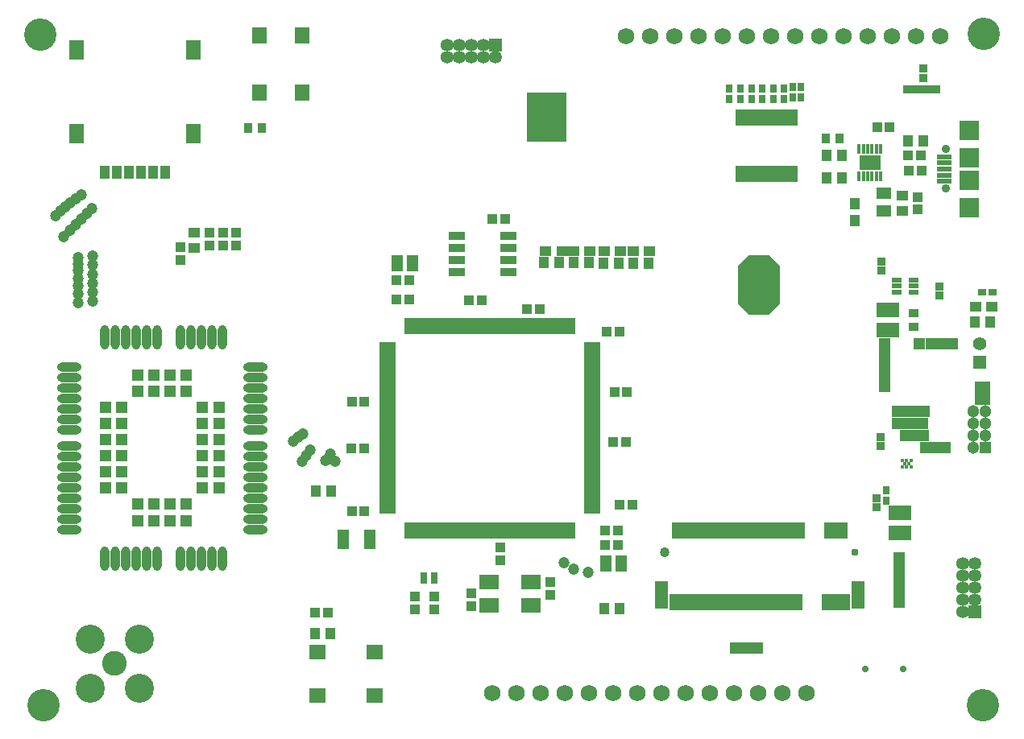
<source format=gts>
%FSTAX43Y43*%
%MOMM*%
%SFA1B1*%

%IPPOS*%
%AMD98*
4,1,8,-2.222500,1.991360,-2.222500,-1.991360,-1.109980,-3.101340,1.109980,-3.101340,2.222500,-1.991360,2.222500,1.991360,1.109980,3.101340,-1.109980,3.101340,-2.222500,1.991360,0.0*
%
%ADD57R,1.002998X1.152998*%
%ADD58R,1.730997X0.852998*%
%ADD59R,1.202998X1.002998*%
%ADD60R,0.502999X1.752996*%
%ADD61R,1.402997X2.952994*%
%ADD62R,1.677997X0.502999*%
%ADD63R,0.502999X1.677997*%
%ADD64R,1.202998X1.202998*%
%ADD65R,1.202998X1.202998*%
%ADD66O,2.602995X0.952998*%
%ADD67O,0.952998X2.602995*%
%ADD68C,1.202998*%
%ADD69R,2.402995X1.552997*%
%ADD70R,1.002998X0.552999*%
%ADD71R,0.922998X0.892998*%
%ADD72R,1.102998X0.852998*%
%ADD73R,0.802998X0.952998*%
%ADD74R,1.702997X1.502997*%
%ADD75R,1.002998X1.142998*%
%ADD76C,0.452999*%
%ADD77R,1.012998X1.142998*%
%ADD78R,1.602997X1.202998*%
%ADD79R,1.152998X1.002998*%
%ADD80R,1.552997X0.602999*%
%ADD81R,2.102996X2.102996*%
%ADD82R,1.142998X1.002998*%
%ADD83R,1.182998X1.062998*%
%ADD84R,0.652999X1.677997*%
%ADD85R,1.502997X2.002996*%
%ADD86R,1.102998X1.402997*%
%ADD87R,1.502997X1.702997*%
%ADD88R,0.852998X1.102998*%
%ADD89R,1.142998X1.012998*%
%ADD90R,1.002998X1.202998*%
%ADD91R,2.322995X1.512997*%
%ADD92R,0.452999X1.102998*%
%ADD93R,1.222998X1.672997*%
%ADD94R,1.222998X2.022996*%
%ADD95R,2.102996X1.602997*%
%ADD96R,0.952998X0.802998*%
%ADD97R,0.702999X1.202998*%
G04~CAMADD=98~4~0.0~0.0~2442.1~1749.2~0.0~437.3~0~0.0~0.0~0.0~0.0~0~0.0~0.0~0.0~0.0~0~0.0~0.0~0.0~90.0~1750.0~2442.0*
%ADD98D98*%
%ADD99C,1.752996*%
%ADD100C,0.777998*%
%ADD101C,1.027998*%
%ADD102R,0.902998X0.902998*%
%ADD103C,3.052994*%
%ADD104C,2.602995*%
%ADD105R,1.352997X1.352997*%
%ADD106C,1.352997*%
%ADD107C,0.727999*%
%ADD108C,0.902998*%
%ADD109C,3.402993*%
%ADD110R,1.352997X1.352997*%
%ADD111R,1.402997X1.402997*%
%ADD112C,1.402997*%
%ADD113C,1.302997*%
%ADD114R,1.302997X1.302997*%
%LNshm_pcb-1*%
%LPD*%
G54D57*
X0030824Y0024299D03*
X0032424D03*
X00658Y0048317D03*
X00642D03*
X0094685Y0061186D03*
X0093085D03*
X0030774Y0009374D03*
X0032374D03*
X0062799Y0011999D03*
X0061199D03*
X0086099Y0057299D03*
X0084499D03*
Y0059599D03*
X0086099D03*
X0100099Y0042099D03*
X0101699D03*
X0062693Y0048325D03*
X0061093D03*
X0054833Y0048393D03*
X0056434D03*
X0057947Y0048358D03*
X0059547D03*
G54D58*
X0045638Y0051154D03*
Y0049884D03*
Y0048614D03*
Y0047344D03*
X005106D03*
Y0048614D03*
Y0049884D03*
Y0051154D03*
G54D59*
X0064211Y0049584D03*
X0065911D03*
X0062842D03*
X0061142D03*
X0057935D03*
X0059635D03*
X0100149Y0043699D03*
X0101849D03*
X0056715Y0049584D03*
X0055015D03*
G54D60*
X0086749Y0012649D03*
X0086499Y0020199D03*
X0086249Y0012649D03*
X0085999Y0020199D03*
X0085749Y0012649D03*
X0085499Y0020199D03*
X0085249Y0012649D03*
X0084999Y0020199D03*
X0084749Y0012649D03*
X0084499Y0020199D03*
X0084249Y0012649D03*
X0081999Y0020199D03*
X0081749Y0012649D03*
X0081499Y0020199D03*
X0081249Y0012649D03*
X0080999Y0020199D03*
X0080749Y0012649D03*
X0080499Y0020199D03*
X0080249Y0012649D03*
X0079999Y0020199D03*
X0079749Y0012649D03*
X0079499Y0020199D03*
X0079249Y0012649D03*
X0078999Y0020199D03*
X0078749Y0012649D03*
X0078499Y0020199D03*
X0078249Y0012649D03*
X0077999Y0020199D03*
X0077749Y0012649D03*
X0077499Y0020199D03*
X0077249Y0012649D03*
X0076999Y0020199D03*
X0076749Y0012649D03*
X0076499Y0020199D03*
X0076249Y0012649D03*
X0075999Y0020199D03*
X0075749Y0012649D03*
X0075499Y0020199D03*
X0075249Y0012649D03*
X0074999Y0020199D03*
X0074749Y0012649D03*
X0074499Y0020199D03*
X0074249Y0012649D03*
X0073999Y0020199D03*
X0073749Y0012649D03*
X0073499Y0020199D03*
X0073249Y0012649D03*
X0072999Y0020199D03*
X0072749Y0012649D03*
X0072499Y0020199D03*
X0072249Y0012649D03*
X0071999Y0020199D03*
X0071749Y0012649D03*
X0071499Y0020199D03*
X0071249Y0012649D03*
X0070999Y0020199D03*
X0070749Y0012649D03*
X0070499Y0020199D03*
X0070249Y0012649D03*
X0069999Y0020199D03*
X0069749Y0012649D03*
X0069499Y0020199D03*
X0069249Y0012649D03*
X0068999Y0020199D03*
X0068749Y0012649D03*
X0068499Y0020199D03*
X0068249Y0012649D03*
G54D61*
X0087849Y0013424D03*
X0067149D03*
G54D62*
X0038411Y0022199D03*
Y0022699D03*
Y0023199D03*
Y0023699D03*
Y0024199D03*
Y0024699D03*
Y0025199D03*
Y0025699D03*
Y0026199D03*
Y0026699D03*
Y0027199D03*
Y0027699D03*
Y0028199D03*
Y0028699D03*
Y0029199D03*
Y0029699D03*
Y0030199D03*
Y0030699D03*
Y0031199D03*
Y0031699D03*
Y0032199D03*
Y0032699D03*
Y0033199D03*
Y0033699D03*
Y0034199D03*
Y0034699D03*
Y0035199D03*
Y0035699D03*
Y0036199D03*
Y0036699D03*
Y0037199D03*
Y0037699D03*
Y0038199D03*
Y0038699D03*
Y0039199D03*
Y0039699D03*
X0059887D03*
Y0039199D03*
Y0038699D03*
Y0038199D03*
Y0037699D03*
Y0037199D03*
Y0036699D03*
Y0036199D03*
Y0035699D03*
Y0035199D03*
Y0034699D03*
Y0034199D03*
Y0033699D03*
Y0033199D03*
Y0032699D03*
Y0032199D03*
Y0031699D03*
Y0031199D03*
Y0030699D03*
Y0030199D03*
Y0029699D03*
Y0029199D03*
Y0028699D03*
Y0028199D03*
Y0027699D03*
Y0027199D03*
Y0026699D03*
Y0026199D03*
Y0025699D03*
Y0025199D03*
Y0024699D03*
Y0024199D03*
Y0023699D03*
Y0023199D03*
Y0022699D03*
Y0022199D03*
G54D63*
X0040399Y0041687D03*
X0040899D03*
X0041399D03*
X0041899D03*
X0042399D03*
X0042899D03*
X0043399D03*
X0043899D03*
X0044399D03*
X0044899D03*
X0045399D03*
X0045899D03*
X0046399D03*
X0046899D03*
X0047399D03*
X0047899D03*
X0048399D03*
X0048899D03*
X0049399D03*
X0049899D03*
X0050399D03*
X0050899D03*
X0051399D03*
X0051899D03*
X0052399D03*
X0052899D03*
X0053399D03*
X0053899D03*
X0054399D03*
X0054899D03*
X0055399D03*
X0055899D03*
X0056399D03*
X0056899D03*
X0057399D03*
X0057899D03*
Y0020211D03*
X0057399D03*
X0056899D03*
X0056399D03*
X0055899D03*
X0055399D03*
X0054899D03*
X0054399D03*
X0053899D03*
X0053399D03*
X0052899D03*
X0052399D03*
X0051899D03*
X0051399D03*
X0050899D03*
X0050399D03*
X0049899D03*
X0049399D03*
X0048899D03*
X0048399D03*
X0047899D03*
X0047399D03*
X0046899D03*
X0046399D03*
X0045899D03*
X0045399D03*
X0044899D03*
X0044399D03*
X0043899D03*
X0043399D03*
X0042899D03*
X0042399D03*
X0041899D03*
X0041399D03*
X0040899D03*
X0040399D03*
G54D64*
X0053614Y0061628D03*
X0054614D03*
X0055614D03*
X0056614D03*
Y0062628D03*
X0055614D03*
X0054614D03*
X0053614D03*
Y0063628D03*
X0054614D03*
X0055614D03*
X0056614D03*
Y0064628D03*
X0055614D03*
X0054614D03*
X0053614D03*
X0056614Y0065628D03*
X0055614D03*
X0054614D03*
X0053614D03*
X002065Y0024632D03*
Y0026332D03*
Y0028032D03*
Y0029732D03*
Y0031432D03*
Y0033132D03*
X001725Y0036532D03*
X001555D03*
X001385D03*
X001215D03*
X000875Y0033132D03*
Y0031432D03*
Y0029732D03*
Y0028032D03*
Y0026332D03*
Y0024632D03*
X001215Y0021232D03*
X001385D03*
X001555D03*
X001725D03*
X001895Y0024632D03*
Y0026332D03*
Y0028032D03*
Y0029732D03*
Y0031432D03*
Y0033132D03*
X001725Y0034832D03*
X001555D03*
X001385D03*
X001215D03*
X001045Y0033132D03*
Y0031432D03*
Y0029732D03*
Y0028032D03*
Y0026332D03*
Y0024632D03*
X001215Y0022932D03*
X001385D03*
X001555D03*
X001725D03*
X0090623Y0039824D03*
Y0038772D03*
Y0037654D03*
Y0036537D03*
Y0035343D03*
X0092159Y0012629D03*
Y0013799D03*
Y0014979D03*
Y0017319D03*
Y0016139D03*
X0097699Y0039799D03*
X0094969Y0028899D03*
X0095949D03*
X0096939D03*
X0094669Y0030139D03*
X0093679D03*
X0092855Y0030137D03*
X0091999Y0031399D03*
X0092999D03*
X0093799D03*
X0094599D03*
X0091999Y0032699D03*
X0092999D03*
X0093899D03*
X0094799D03*
X0094299Y0039799D03*
X0095499D03*
X0096599D03*
G54D65*
X0077279Y0007789D03*
X0076099D03*
X007493D03*
G54D66*
X00245Y0020282D03*
Y0021382D03*
Y0022482D03*
Y0023582D03*
Y0024682D03*
Y0025782D03*
Y0026882D03*
Y0027982D03*
Y0029083D03*
Y0030782D03*
Y0031882D03*
Y0032982D03*
Y0034082D03*
Y0035182D03*
Y0036282D03*
Y0037382D03*
X00049D03*
Y0036282D03*
Y0035182D03*
Y0034082D03*
Y0032982D03*
Y0031882D03*
Y0030782D03*
Y0029083D03*
Y0027982D03*
Y0026882D03*
Y0025782D03*
Y0024682D03*
Y0023582D03*
Y0022482D03*
Y0021382D03*
Y0020282D03*
G54D67*
X002105Y0040532D03*
X001995D03*
X001885D03*
X001775D03*
X001665D03*
X001415D03*
X001305D03*
X001195D03*
X001085D03*
X000975D03*
X000865D03*
Y0017232D03*
X000975D03*
X001085D03*
X001195D03*
X001305D03*
X001415D03*
X001665D03*
X001775D03*
X001885D03*
X001995D03*
X002105D03*
G54D68*
X0032914Y002745D03*
X0031844Y00275D03*
X0032354Y002768D03*
X0029409Y0027469D03*
X0029799Y0028059D03*
X0029459Y0030361D03*
X0029006Y0029984D03*
X0003472Y0053305D03*
X0003982Y0053765D03*
X0004512Y0054185D03*
X0005032Y0054605D03*
X0005597Y005503D03*
X0005886Y0044133D03*
X0007406Y0044333D03*
Y0045273D03*
Y0046193D03*
Y0047123D03*
Y0048093D03*
Y0049023D03*
X0005886Y0045033D03*
Y0045873D03*
Y0046663D03*
Y0047493D03*
Y0048203D03*
Y0048913D03*
X0004389Y0051119D03*
X0005059Y0051759D03*
X0005649Y0052359D03*
X0006249Y0052959D03*
X0006789Y0053529D03*
X0007309Y0054029D03*
X0006219Y0055499D03*
X0030219Y0028639D03*
X0028456Y0029544D03*
X0032369Y0028249D03*
X0059479Y0015759D03*
X0057969Y0016109D03*
X0056929Y0016829D03*
G54D69*
X0092199Y0021999D03*
Y0019899D03*
X0090999Y0043349D03*
Y0041249D03*
G54D70*
X0093699Y0046549D03*
Y0045899D03*
Y0045249D03*
X0091869D03*
Y0045899D03*
Y0046549D03*
G54D71*
X0096399Y0044939D03*
Y0045859D03*
X0090199Y0029039D03*
Y0029959D03*
X0090299Y0047539D03*
Y0048459D03*
X0089799Y0022639D03*
Y0023559D03*
G54D72*
X0093699Y0043024D03*
Y0041574D03*
G54D73*
X0081799Y0065749D03*
Y0066849D03*
X0080999Y0065749D03*
Y0066849D03*
X0090799Y0023349D03*
Y0024449D03*
X0080049Y0066649D03*
Y0065549D03*
X0075449D03*
Y0066649D03*
X0074299Y0066624D03*
Y0065524D03*
X0076649Y0066649D03*
Y0065549D03*
X0077774D03*
Y0066649D03*
X0078924Y0065549D03*
Y0066649D03*
G54D74*
X0030999Y0007349D03*
X0036999D03*
X0030999Y0002849D03*
X0036999D03*
G54D75*
X0030779Y0011499D03*
X0032119D03*
X0053054Y0043474D03*
X0054394D03*
X0039296Y0046499D03*
X0040636D03*
X0049374Y0052907D03*
X0050714D03*
X0061279Y0018649D03*
X0062619D03*
X0062599Y0020149D03*
X0061259D03*
X0063569Y0034699D03*
X006223D03*
X0046929Y0044399D03*
X0048269D03*
X0061429Y0041099D03*
X0062769D03*
X0062129Y0029499D03*
X0063469D03*
X0062775Y0022878D03*
X0064115D03*
X0040636Y0044471D03*
X0039296D03*
X0034629Y0033699D03*
X0035969D03*
X0034603Y002877D03*
X0035943D03*
X0034629Y0022199D03*
X0035969D03*
G54D76*
X0093449Y0027511D03*
Y0026887D03*
X0093199Y0027199D03*
X0092949Y0027511D03*
Y0026887D03*
X0092699Y0027199D03*
X0092449Y0027511D03*
Y0026887D03*
G54D77*
X0091169Y0062599D03*
X0089829D03*
X0093139Y0057989D03*
X0094479D03*
X0093108Y0059614D03*
X0094449D03*
G54D78*
X0090499Y0055649D03*
Y0053749D03*
G54D79*
X0092499Y0055399D03*
Y0053799D03*
G54D80*
X0096874Y0056899D03*
Y0057549D03*
Y0058199D03*
Y0058849D03*
Y0059499D03*
G54D81*
X0099549Y0054149D03*
Y0056999D03*
Y0059399D03*
Y0062249D03*
G54D82*
X0022499Y0050129D03*
Y0051469D03*
X0021099Y0050129D03*
Y0051469D03*
X0019699D03*
Y0050129D03*
X0016599Y0049969D03*
Y0048629D03*
X0043299Y0011854D03*
Y0013194D03*
X0041299Y0011854D03*
Y0013194D03*
X0047169Y0013558D03*
Y0012218D03*
X0055499Y0013429D03*
Y0014769D03*
X0050274Y0018419D03*
Y0017079D03*
G54D83*
X0018099Y0049934D03*
Y0051464D03*
G54D84*
X0075299Y0057711D03*
X0075949D03*
X0076599D03*
X0077249D03*
X0077899D03*
X0078549D03*
X0079199D03*
X0079849D03*
X0080499D03*
X0081149D03*
Y0063587D03*
X0080499D03*
X0079849D03*
X0079199D03*
X0078549D03*
X0077899D03*
X0077249D03*
X0076599D03*
X0075949D03*
X0075299D03*
G54D85*
X0005715Y0070757D03*
X0018014D03*
X0005715Y0061957D03*
X0018014D03*
G54D86*
X0008684Y0057857D03*
X0011224D03*
X0013764D03*
X0009954D03*
X0012494D03*
X0015034D03*
G54D87*
X0024893Y006622D03*
Y007222D03*
X0029393Y006622D03*
Y007222D03*
G54D88*
X0023718Y0062551D03*
X0025168D03*
X0084424Y0061399D03*
X0085874D03*
G54D89*
X0094099Y0055269D03*
Y0053929D03*
G54D90*
X008745Y0052814D03*
Y0054514D03*
G54D91*
X0089069Y0058891D03*
G54D92*
X0090194Y0060341D03*
X0089744D03*
X0089294D03*
X0088844D03*
X0088394D03*
X0087944D03*
Y0057441D03*
X0088394D03*
X0088844D03*
X0089294D03*
X0089744D03*
X0090194D03*
G54D93*
X0039406Y0048248D03*
X0041006D03*
X0062899Y0016724D03*
X0061299D03*
G54D94*
X0033717Y0019206D03*
X0036517D03*
G54D95*
X0049067Y0012317D03*
X0053467D03*
Y0014717D03*
X0049067D03*
G54D96*
X0100899Y0045199D03*
X0101999D03*
G54D97*
X0042199Y0015149D03*
X0043299D03*
G54D98*
X0077424Y0046024D03*
G54D99*
X0082429Y0003074D03*
X0079889D03*
X0077349D03*
X0074809D03*
X0072269D03*
X0069729D03*
X0067189D03*
X0064649D03*
X0062109D03*
X0059569D03*
X0057029D03*
X0054489D03*
X0051949D03*
X0049409D03*
X0096439Y0072124D03*
X0093899D03*
X0091359D03*
X0088819D03*
X0086279D03*
X0083739D03*
X0081199D03*
X0078659D03*
X0076119D03*
X0073579D03*
X0071039D03*
X0068499D03*
X0065959D03*
X0063419D03*
G54D100*
X0087499Y0017924D03*
G54D101*
X0067499Y0017924D03*
G54D102*
X0094699Y0068799D03*
Y0067799D03*
X0100549Y0033839D03*
Y0034609D03*
Y0035419D03*
X0101259D03*
Y0034609D03*
Y0033839D03*
X0096033Y006656D03*
X0095322D03*
X0094585D03*
X0093823D03*
X0092985D03*
G54D103*
X0012274Y0003599D03*
Y0008749D03*
X0007124D03*
Y0003599D03*
G54D104*
X0009699Y0006174D03*
G54D105*
X0100099Y0011619D03*
G54D106*
X0098829Y0011619D03*
X0100099Y0012889D03*
X0098829D03*
X0100099Y0014159D03*
X0098829D03*
X0100099Y0015429D03*
X0098829D03*
X0100099Y0016699D03*
X0098829D03*
X0049709Y0069999D03*
X0048439Y0071269D03*
Y0069999D03*
X0047169Y0071269D03*
Y0069999D03*
X0045899Y0071269D03*
Y0069999D03*
X0044629Y0071269D03*
Y0069999D03*
G54D107*
X0088599Y0005599D03*
X0092599D03*
G54D108*
X0097099Y0056124D03*
Y0060274D03*
G54D109*
X0001924Y0072324D03*
X0002199Y0001799D03*
X0100949D03*
X0100999Y0072399D03*
G54D110*
X0049709Y0071269D03*
G54D111*
X0100574Y0037849D03*
G54D112*
X0100574Y0039849D03*
G54D113*
X0099929Y0032669D03*
X0101199D03*
X0099929Y0031399D03*
X0101199D03*
X0099929Y0030129D03*
X0101199D03*
X0099929Y0028859D03*
G54D114*
X0101199Y0028859D03*
M02*
</source>
